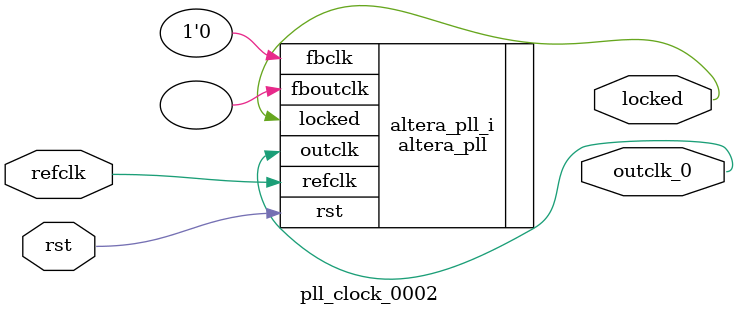
<source format=v>
`timescale 1ns/10ps
module  pll_clock_0002(

	// interface 'refclk'
	input wire refclk,

	// interface 'reset'
	input wire rst,

	// interface 'outclk0'
	output wire outclk_0,

	// interface 'locked'
	output wire locked
);

	altera_pll #(
		.fractional_vco_multiplier("false"),
		.reference_clock_frequency("50.0 MHz"),
		.operation_mode("direct"),
		.number_of_clocks(1),
		.output_clock_frequency0("5.000000 MHz"),
		.phase_shift0("0 ps"),
		.duty_cycle0(50),
		.output_clock_frequency1("0 MHz"),
		.phase_shift1("0 ps"),
		.duty_cycle1(50),
		.output_clock_frequency2("0 MHz"),
		.phase_shift2("0 ps"),
		.duty_cycle2(50),
		.output_clock_frequency3("0 MHz"),
		.phase_shift3("0 ps"),
		.duty_cycle3(50),
		.output_clock_frequency4("0 MHz"),
		.phase_shift4("0 ps"),
		.duty_cycle4(50),
		.output_clock_frequency5("0 MHz"),
		.phase_shift5("0 ps"),
		.duty_cycle5(50),
		.output_clock_frequency6("0 MHz"),
		.phase_shift6("0 ps"),
		.duty_cycle6(50),
		.output_clock_frequency7("0 MHz"),
		.phase_shift7("0 ps"),
		.duty_cycle7(50),
		.output_clock_frequency8("0 MHz"),
		.phase_shift8("0 ps"),
		.duty_cycle8(50),
		.output_clock_frequency9("0 MHz"),
		.phase_shift9("0 ps"),
		.duty_cycle9(50),
		.output_clock_frequency10("0 MHz"),
		.phase_shift10("0 ps"),
		.duty_cycle10(50),
		.output_clock_frequency11("0 MHz"),
		.phase_shift11("0 ps"),
		.duty_cycle11(50),
		.output_clock_frequency12("0 MHz"),
		.phase_shift12("0 ps"),
		.duty_cycle12(50),
		.output_clock_frequency13("0 MHz"),
		.phase_shift13("0 ps"),
		.duty_cycle13(50),
		.output_clock_frequency14("0 MHz"),
		.phase_shift14("0 ps"),
		.duty_cycle14(50),
		.output_clock_frequency15("0 MHz"),
		.phase_shift15("0 ps"),
		.duty_cycle15(50),
		.output_clock_frequency16("0 MHz"),
		.phase_shift16("0 ps"),
		.duty_cycle16(50),
		.output_clock_frequency17("0 MHz"),
		.phase_shift17("0 ps"),
		.duty_cycle17(50),
		.pll_type("General"),
		.pll_subtype("General")
	) altera_pll_i (
		.rst	(rst),
		.outclk	({outclk_0}),
		.locked	(locked),
		.fboutclk	( ),
		.fbclk	(1'b0),
		.refclk	(refclk)
	);
endmodule


</source>
